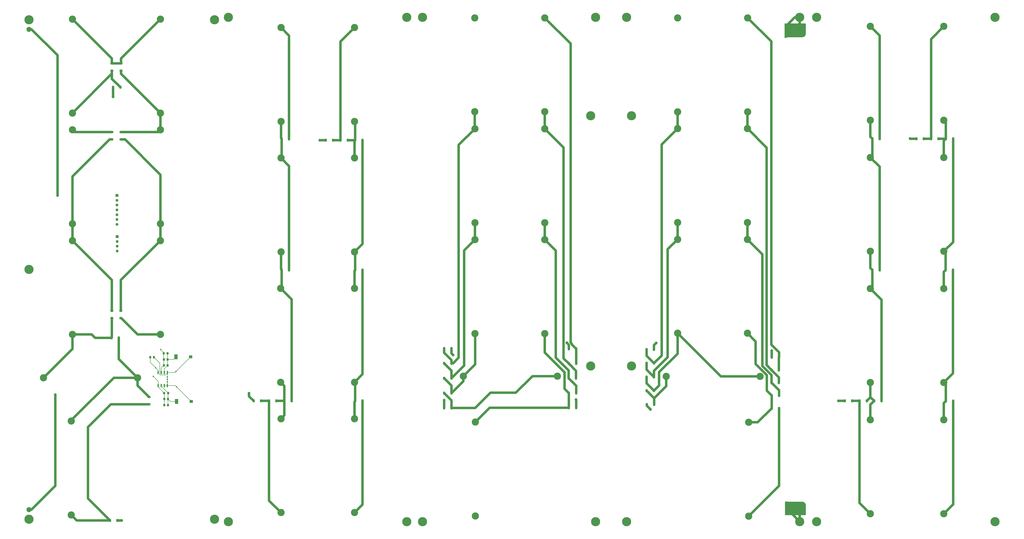
<source format=gtl>
%TF.GenerationSoftware,KiCad,Pcbnew,9.0.1*%
%TF.CreationDate,2025-04-22T22:33:04-07:00*%
%TF.ProjectId,FlexDeploySidePanels,466c6578-4465-4706-9c6f-795369646550,3.3*%
%TF.SameCoordinates,Original*%
%TF.FileFunction,Copper,L1,Top*%
%TF.FilePolarity,Positive*%
%FSLAX46Y46*%
G04 Gerber Fmt 4.6, Leading zero omitted, Abs format (unit mm)*
G04 Created by KiCad (PCBNEW 9.0.1) date 2025-04-22 22:33:04*
%MOMM*%
%LPD*%
G01*
G04 APERTURE LIST*
G04 Aperture macros list*
%AMRoundRect*
0 Rectangle with rounded corners*
0 $1 Rounding radius*
0 $2 $3 $4 $5 $6 $7 $8 $9 X,Y pos of 4 corners*
0 Add a 4 corners polygon primitive as box body*
4,1,4,$2,$3,$4,$5,$6,$7,$8,$9,$2,$3,0*
0 Add four circle primitives for the rounded corners*
1,1,$1+$1,$2,$3*
1,1,$1+$1,$4,$5*
1,1,$1+$1,$6,$7*
1,1,$1+$1,$8,$9*
0 Add four rect primitives between the rounded corners*
20,1,$1+$1,$2,$3,$4,$5,0*
20,1,$1+$1,$4,$5,$6,$7,0*
20,1,$1+$1,$6,$7,$8,$9,0*
20,1,$1+$1,$8,$9,$2,$3,0*%
G04 Aperture macros list end*
%TA.AperFunction,SMDPad,CuDef*%
%ADD10R,0.850000X1.200000*%
%TD*%
%TA.AperFunction,ComponentPad*%
%ADD11C,3.000000*%
%TD*%
%TA.AperFunction,SMDPad,CuDef*%
%ADD12RoundRect,0.200000X0.200000X0.275000X-0.200000X0.275000X-0.200000X-0.275000X0.200000X-0.275000X0*%
%TD*%
%TA.AperFunction,SMDPad,CuDef*%
%ADD13RoundRect,0.225000X0.225000X0.250000X-0.225000X0.250000X-0.225000X-0.250000X0.225000X-0.250000X0*%
%TD*%
%TA.AperFunction,ComponentPad*%
%ADD14R,1.150000X1.150000*%
%TD*%
%TA.AperFunction,ComponentPad*%
%ADD15C,1.150000*%
%TD*%
%TA.AperFunction,ComponentPad*%
%ADD16C,2.600000*%
%TD*%
%TA.AperFunction,ConnectorPad*%
%ADD17C,3.800000*%
%TD*%
%TA.AperFunction,SMDPad,CuDef*%
%ADD18R,1.200000X0.850000*%
%TD*%
%TA.AperFunction,SMDPad,CuDef*%
%ADD19RoundRect,0.175000X0.525000X0.825000X-0.525000X0.825000X-0.525000X-0.825000X0.525000X-0.825000X0*%
%TD*%
%TA.AperFunction,SMDPad,CuDef*%
%ADD20RoundRect,0.150000X0.550000X0.450000X-0.550000X0.450000X-0.550000X-0.450000X0.550000X-0.450000X0*%
%TD*%
%TA.AperFunction,SMDPad,CuDef*%
%ADD21R,0.533400X1.460500*%
%TD*%
%TA.AperFunction,SMDPad,CuDef*%
%ADD22RoundRect,0.225000X-0.225000X-0.250000X0.225000X-0.250000X0.225000X0.250000X-0.225000X0.250000X0*%
%TD*%
%TA.AperFunction,SMDPad,CuDef*%
%ADD23C,2.100000*%
%TD*%
%TA.AperFunction,ViaPad*%
%ADD24C,0.600000*%
%TD*%
%TA.AperFunction,ViaPad*%
%ADD25C,1.200000*%
%TD*%
%TA.AperFunction,Conductor*%
%ADD26C,1.000000*%
%TD*%
%TA.AperFunction,Conductor*%
%ADD27C,0.200000*%
%TD*%
G04 APERTURE END LIST*
D10*
%TO.P,D15,1,C*%
%TO.N,Net-(D14-A)*%
X403625000Y-259375716D03*
%TO.P,D15,2,A*%
%TO.N,Net-(D15-A)*%
X400575000Y-259375716D03*
%TD*%
%TO.P,D7,1,C*%
%TO.N,Net-(D7-C)*%
X443025000Y-261574797D03*
%TO.P,D7,2,A*%
%TO.N,Net-(D6-C)*%
X446075000Y-261574797D03*
%TD*%
D11*
%TO.P,SC1,0,-*%
%TO.N,GND*%
X471950000Y-308454797D03*
%TO.P,SC1,1,+*%
%TO.N,Net-(D1-C)*%
X471950000Y-269454797D03*
%TD*%
D12*
%TO.P,R2,1*%
%TO.N,/Photodiodes and Op-Amp/IN2-*%
X149986000Y-241868000D03*
%TO.P,R2,2*%
%TO.N,/OUT2*%
X148336000Y-241868000D03*
%TD*%
D11*
%TO.P,SC21,0,-*%
%TO.N,Net-(D21-A)*%
X306400000Y-141450000D03*
%TO.P,SC21,1,+*%
%TO.N,Net-(D21-C)*%
X306400000Y-102450000D03*
%TD*%
%TO.P,SC38,0,-*%
%TO.N,Net-(D38-A)*%
X147000000Y-141999000D03*
%TO.P,SC38,1,+*%
%TO.N,Net-(D37-A)*%
X147000000Y-102999000D03*
%TD*%
D13*
%TO.P,C1,1*%
%TO.N,/Photodiodes and Op-Amp/IN1-*%
X150114000Y-263368000D03*
%TO.P,C1,2*%
%TO.N,/OUT1*%
X148564000Y-263368000D03*
%TD*%
D10*
%TO.P,D10,1,C*%
%TO.N,Net-(D10-C)*%
X348675000Y-251650000D03*
%TO.P,D10,2,A*%
%TO.N,Net-(D10-A)*%
X351725000Y-251650000D03*
%TD*%
D14*
%TO.P,J1,1,Pin_1*%
%TO.N,DEP SENSE*%
X128950000Y-176249999D03*
D15*
%TO.P,J1,2,Pin_2*%
%TO.N,VSOLAR*%
X128950000Y-178250000D03*
%TO.P,J1,3,Pin_3*%
X128950000Y-180249999D03*
%TO.P,J1,4,Pin_4*%
X128950000Y-182250000D03*
%TO.P,J1,5,Pin_5*%
%TO.N,GND*%
X128950000Y-184249998D03*
%TO.P,J1,6,Pin_6*%
X128950000Y-186249999D03*
%TO.P,J1,7,Pin_7*%
X128950000Y-188249998D03*
%TD*%
D11*
%TO.P,SC18,0,-*%
%TO.N,Net-(D18-A)*%
X277450000Y-194650000D03*
%TO.P,SC18,1,+*%
%TO.N,Net-(D17-A)*%
X277450000Y-233650000D03*
%TD*%
D10*
%TO.P,D45,1,C*%
%TO.N,VSOLAR*%
X430845000Y-261574797D03*
%TO.P,D45,2,A*%
%TO.N,Net-(D45-A)*%
X433895000Y-261574797D03*
%TD*%
%TO.P,D9,1,C*%
%TO.N,Net-(D43-A)*%
X348675000Y-257358571D03*
%TO.P,D9,2,A*%
%TO.N,Net-(D10-C)*%
X351725000Y-257358571D03*
%TD*%
D11*
%TO.P,SC13,0,-*%
%TO.N,Net-(D13-A)*%
X390600000Y-141500000D03*
%TO.P,SC13,1,+*%
%TO.N,Net-(D13-C)*%
X390600000Y-102500000D03*
%TD*%
D16*
%TO.P,H18,1,1*%
%TO.N,GND*%
X169450000Y-103250000D03*
D17*
X169450000Y-103250000D03*
%TD*%
D11*
%TO.P,SC17,0,-*%
%TO.N,Net-(D17-A)*%
X272650000Y-251300000D03*
%TO.P,SC17,1,+*%
%TO.N,Net-(D17-C)*%
X311650000Y-251300000D03*
%TD*%
D18*
%TO.P,D35,1,C*%
%TO.N,Net-(D34-A)*%
X126850000Y-227225000D03*
%TO.P,D35,2,A*%
%TO.N,Net-(D35-A)*%
X126850000Y-224175000D03*
%TD*%
%TO.P,D37,1,C*%
%TO.N,Net-(D37-C)*%
X126875000Y-124400000D03*
%TO.P,D37,2,A*%
%TO.N,Net-(D37-A)*%
X126875000Y-121350000D03*
%TD*%
D11*
%TO.P,SC11,0,-*%
%TO.N,Net-(D11-A)*%
X361500000Y-148500000D03*
%TO.P,SC11,1,+*%
%TO.N,Net-(D10-A)*%
X361500000Y-187500000D03*
%TD*%
%TO.P,SC25,0,-*%
%TO.N,Net-(D25-A)*%
X197000000Y-269000000D03*
%TO.P,SC25,1,+*%
%TO.N,Net-(D25-C)*%
X197000000Y-308000000D03*
%TD*%
D10*
%TO.P,D49,1,C*%
%TO.N,VSOLAR*%
X215600000Y-153300000D03*
%TO.P,D49,2,A*%
%TO.N,Net-(D29-C)*%
X218650000Y-153300000D03*
%TD*%
D12*
%TO.P,R1,1*%
%TO.N,/Photodiodes and Op-Amp/IN1-*%
X150164000Y-258348000D03*
%TO.P,R1,2*%
%TO.N,/OUT1*%
X148514000Y-258348000D03*
%TD*%
D10*
%TO.P,D13,1,C*%
%TO.N,Net-(D13-C)*%
X403550000Y-248758572D03*
%TO.P,D13,2,A*%
%TO.N,Net-(D13-A)*%
X400500000Y-248758572D03*
%TD*%
D13*
%TO.P,C3,1*%
%TO.N,/Photodiodes and Op-Amp/IN2-*%
X149936000Y-246888000D03*
%TO.P,C3,2*%
%TO.N,/OUT2*%
X148386000Y-246888000D03*
%TD*%
D16*
%TO.P,H21,1,1*%
%TO.N,GND*%
X92450000Y-310750000D03*
D17*
X92450000Y-310750000D03*
%TD*%
D19*
%TO.P,D51,1,K*%
%TO.N,/Photodiodes and Op-Amp/IN1-*%
X153668000Y-261874000D03*
D20*
%TO.P,D51,2,A*%
%TO.N,GND*%
X159768000Y-261874000D03*
%TD*%
D11*
%TO.P,SC34,0,-*%
%TO.N,Net-(D34-A)*%
X98500000Y-252000000D03*
%TO.P,SC34,1,+*%
%TO.N,Net-(D33-A)*%
X137500000Y-252000000D03*
%TD*%
D16*
%TO.P,H8,1,1*%
%TO.N,GND*%
X340400000Y-311750000D03*
D17*
X340400000Y-311750000D03*
%TD*%
D11*
%TO.P,SC20,0,-*%
%TO.N,GND*%
X277400000Y-102450000D03*
%TO.P,SC20,1,+*%
%TO.N,Net-(D19-A)*%
X277400000Y-141450000D03*
%TD*%
%TO.P,SC6,0,-*%
%TO.N,Net-(D5-C)*%
X441450000Y-160454797D03*
%TO.P,SC6,1,+*%
%TO.N,Net-(D6-C)*%
X441450000Y-199454797D03*
%TD*%
D10*
%TO.P,D43,1,C*%
%TO.N,VSOLAR*%
X348725000Y-263108571D03*
%TO.P,D43,2,A*%
%TO.N,Net-(D43-A)*%
X351775000Y-263108571D03*
%TD*%
D11*
%TO.P,SC10,0,-*%
%TO.N,Net-(D10-A)*%
X361500000Y-194500000D03*
%TO.P,SC10,1,+*%
%TO.N,Net-(D10-C)*%
X361500000Y-233500000D03*
%TD*%
D10*
%TO.P,D41,1,C*%
%TO.N,VSOLAR*%
X185650000Y-261620000D03*
%TO.P,D41,2,A*%
%TO.N,Net-(D25-C)*%
X188700000Y-261620000D03*
%TD*%
%TO.P,D24,1,C*%
%TO.N,Net-(D23-A)*%
X316360000Y-264430000D03*
%TO.P,D24,2,A*%
%TO.N,GND*%
X319410000Y-264430000D03*
%TD*%
D18*
%TO.P,D36,1,C*%
%TO.N,Net-(D35-A)*%
X126850000Y-152975000D03*
%TO.P,D36,2,A*%
%TO.N,GND*%
X126850000Y-149925000D03*
%TD*%
D16*
%TO.P,H1,1,1*%
%TO.N,GND*%
X493200000Y-311750000D03*
D17*
X493200000Y-311750000D03*
%TD*%
D11*
%TO.P,SC30,0,-*%
%TO.N,Net-(D30-A)*%
X227500000Y-199666666D03*
%TO.P,SC30,1,+*%
%TO.N,Net-(D29-A)*%
X227500000Y-160666666D03*
%TD*%
D10*
%TO.P,D11,1,C*%
%TO.N,Net-(D10-A)*%
X348675000Y-245941429D03*
%TO.P,D11,2,A*%
%TO.N,Net-(D11-A)*%
X351725000Y-245941429D03*
%TD*%
D16*
%TO.P,H9,1,1*%
%TO.N,GND*%
X327500000Y-311750000D03*
D17*
X327500000Y-311750000D03*
%TD*%
D21*
%TO.P,U1,1*%
%TO.N,/OUT1*%
X146020850Y-255250000D03*
%TO.P,U1,2,-*%
%TO.N,/Photodiodes and Op-Amp/IN1-*%
X147290850Y-255250000D03*
%TO.P,U1,3,+*%
%TO.N,GND*%
X148560850Y-255250000D03*
%TO.P,U1,4,V-*%
X149830850Y-255250000D03*
%TO.P,U1,5,+*%
X149830850Y-249801700D03*
%TO.P,U1,6,-*%
%TO.N,/Photodiodes and Op-Amp/IN2-*%
X148560850Y-249801700D03*
%TO.P,U1,7*%
%TO.N,/OUT2*%
X147290850Y-249801700D03*
%TO.P,U1,8,V+*%
%TO.N,/3V3*%
X146020850Y-249801700D03*
%TD*%
D16*
%TO.P,H5,1,1*%
%TO.N,GND*%
X412200000Y-311750000D03*
D17*
X412200000Y-311750000D03*
%TD*%
D16*
%TO.P,H7,1,1*%
%TO.N,GND*%
X340400000Y-102250000D03*
D17*
X340400000Y-102250000D03*
%TD*%
D10*
%TO.P,D27,1,C*%
%TO.N,Net-(D26-A)*%
X197311000Y-207250000D03*
%TO.P,D27,2,A*%
%TO.N,Net-(D27-A)*%
X200361000Y-207250000D03*
%TD*%
D16*
%TO.P,H24,1,1*%
%TO.N,GND*%
X342400000Y-247100000D03*
D17*
X342400000Y-247100000D03*
%TD*%
D10*
%TO.P,D28,1,C*%
%TO.N,Net-(D27-A)*%
X197311000Y-152750000D03*
%TO.P,D28,2,A*%
%TO.N,GND*%
X200361000Y-152750000D03*
%TD*%
D11*
%TO.P,SC16,0,-*%
%TO.N,GND*%
X391000000Y-309510000D03*
%TO.P,SC16,1,+*%
%TO.N,Net-(D15-A)*%
X391000000Y-270510000D03*
%TD*%
D16*
%TO.P,H16,1,1*%
%TO.N,GND*%
X175200000Y-311750000D03*
D17*
X175200000Y-311750000D03*
%TD*%
D11*
%TO.P,SC9,0,-*%
%TO.N,Net-(D10-C)*%
X395750000Y-251460000D03*
%TO.P,SC9,1,+*%
%TO.N,Net-(D43-A)*%
X356750000Y-251460000D03*
%TD*%
D16*
%TO.P,H14,1,1*%
%TO.N,GND*%
X249200000Y-102250000D03*
D17*
X249200000Y-102250000D03*
%TD*%
D22*
%TO.P,C5,1*%
%TO.N,/3V3*%
X142725000Y-243500000D03*
%TO.P,C5,2*%
%TO.N,GND*%
X144275000Y-243500000D03*
%TD*%
D10*
%TO.P,D12,1,C*%
%TO.N,Net-(D11-A)*%
X348675000Y-240232858D03*
%TO.P,D12,2,A*%
%TO.N,GND*%
X351725000Y-240232858D03*
%TD*%
%TO.P,D5,1,C*%
%TO.N,Net-(D5-C)*%
X442275000Y-152704797D03*
%TO.P,D5,2,A*%
%TO.N,GND*%
X445325000Y-152704797D03*
%TD*%
%TO.P,D47,1,C*%
%TO.N,VSOLAR*%
X316360000Y-240010000D03*
%TO.P,D47,2,A*%
%TO.N,Net-(D21-C)*%
X319410000Y-240010000D03*
%TD*%
D18*
%TO.P,D40,1,C*%
%TO.N,Net-(D39-A)*%
X130600000Y-224175000D03*
%TO.P,D40,2,A*%
%TO.N,GND*%
X130600000Y-227225000D03*
%TD*%
D10*
%TO.P,D26,1,C*%
%TO.N,Net-(D25-A)*%
X198400000Y-261600000D03*
%TO.P,D26,2,A*%
%TO.N,Net-(D26-A)*%
X201450000Y-261600000D03*
%TD*%
D11*
%TO.P,SC26,0,-*%
%TO.N,Net-(D26-A)*%
X196850000Y-214833332D03*
%TO.P,SC26,1,+*%
%TO.N,Net-(D25-A)*%
X196850000Y-253833332D03*
%TD*%
D16*
%TO.P,H6,1,1*%
%TO.N,GND*%
X412200000Y-102250000D03*
D17*
X412200000Y-102250000D03*
%TD*%
D16*
%TO.P,H22,1,1*%
%TO.N,GND*%
X342400000Y-143100000D03*
D17*
X342400000Y-143100000D03*
%TD*%
D10*
%TO.P,D44,1,C*%
%TO.N,VSOLAR*%
X264680000Y-264580000D03*
%TO.P,D44,2,A*%
%TO.N,Net-(D17-C)*%
X267730000Y-264580000D03*
%TD*%
D16*
%TO.P,H13,1,1*%
%TO.N,GND*%
X249200000Y-311750000D03*
D17*
X249200000Y-311750000D03*
%TD*%
D16*
%TO.P,H19,1,1*%
%TO.N,GND*%
X92456000Y-103251000D03*
D17*
X92456000Y-103251000D03*
%TD*%
D10*
%TO.P,D21,1,C*%
%TO.N,Net-(D21-C)*%
X319410000Y-246115000D03*
%TO.P,D21,2,A*%
%TO.N,Net-(D21-A)*%
X316360000Y-246115000D03*
%TD*%
D11*
%TO.P,SC7,0,-*%
%TO.N,Net-(D6-C)*%
X441450000Y-214954797D03*
%TO.P,SC7,1,+*%
%TO.N,Net-(D7-C)*%
X441450000Y-253954797D03*
%TD*%
D10*
%TO.P,D46,1,C*%
%TO.N,VSOLAR*%
X460550000Y-152700000D03*
%TO.P,D46,2,A*%
%TO.N,Net-(D4-C)*%
X463600000Y-152700000D03*
%TD*%
%TO.P,D19,1,C*%
%TO.N,Net-(D18-A)*%
X264680000Y-245995000D03*
%TO.P,D19,2,A*%
%TO.N,Net-(D19-A)*%
X267730000Y-245995000D03*
%TD*%
D16*
%TO.P,H25,1,1*%
%TO.N,GND*%
X325500000Y-247100000D03*
D17*
X325500000Y-247100000D03*
%TD*%
D11*
%TO.P,SC14,0,-*%
%TO.N,Net-(D14-A)*%
X390500000Y-187500000D03*
%TO.P,SC14,1,+*%
%TO.N,Net-(D13-A)*%
X390500000Y-148500000D03*
%TD*%
D18*
%TO.P,D33,1,C*%
%TO.N,Net-(D33-C)*%
X142250000Y-263025000D03*
%TO.P,D33,2,A*%
%TO.N,Net-(D33-A)*%
X142250000Y-259975000D03*
%TD*%
D14*
%TO.P,J4,1,Pin_1*%
%TO.N,/OUT2*%
X129000000Y-193350000D03*
D15*
%TO.P,J4,2,Pin_2*%
%TO.N,/OUT1*%
X129000000Y-195350000D03*
%TO.P,J4,3,Pin_3*%
%TO.N,GND*%
X129000000Y-197350000D03*
%TO.P,J4,4,Pin_4*%
%TO.N,/3V3*%
X129000000Y-199350000D03*
%TD*%
D16*
%TO.P,H4,1,1*%
%TO.N,GND*%
X419220000Y-311750000D03*
D17*
X419220000Y-311750000D03*
%TD*%
D11*
%TO.P,SC37,0,-*%
%TO.N,Net-(D37-A)*%
X110500000Y-103000000D03*
%TO.P,SC37,1,+*%
%TO.N,Net-(D37-C)*%
X110500000Y-142000000D03*
%TD*%
%TO.P,SC39,0,-*%
%TO.N,Net-(D39-A)*%
X147000000Y-188000000D03*
%TO.P,SC39,1,+*%
%TO.N,Net-(D38-A)*%
X147000000Y-149000000D03*
%TD*%
D10*
%TO.P,D32,1,C*%
%TO.N,Net-(D31-A)*%
X227791000Y-261620000D03*
%TO.P,D32,2,A*%
%TO.N,GND*%
X230841000Y-261620000D03*
%TD*%
D11*
%TO.P,SC35,0,-*%
%TO.N,Net-(D35-A)*%
X110500000Y-195000000D03*
%TO.P,SC35,1,+*%
%TO.N,Net-(D34-A)*%
X110500000Y-234000000D03*
%TD*%
D16*
%TO.P,H23,1,1*%
%TO.N,GND*%
X325500000Y-143100000D03*
D17*
X325500000Y-143100000D03*
%TD*%
D11*
%TO.P,SC15,0,-*%
%TO.N,Net-(D15-A)*%
X390500000Y-233500000D03*
%TO.P,SC15,1,+*%
%TO.N,Net-(D14-A)*%
X390500000Y-194500000D03*
%TD*%
%TO.P,SC28,0,-*%
%TO.N,GND*%
X197000000Y-106500000D03*
%TO.P,SC28,1,+*%
%TO.N,Net-(D27-A)*%
X197000000Y-145500000D03*
%TD*%
D18*
%TO.P,D38,1,C*%
%TO.N,Net-(D37-A)*%
X130650000Y-121350000D03*
%TO.P,D38,2,A*%
%TO.N,Net-(D38-A)*%
X130650000Y-124400000D03*
%TD*%
D11*
%TO.P,SC3,0,-*%
%TO.N,Net-(D2-C)*%
X471950000Y-199454797D03*
%TO.P,SC3,1,+*%
%TO.N,Net-(D3-C)*%
X471950000Y-160454797D03*
%TD*%
%TO.P,SC32,0,-*%
%TO.N,GND*%
X227500000Y-308000000D03*
%TO.P,SC32,1,+*%
%TO.N,Net-(D31-A)*%
X227500000Y-269000000D03*
%TD*%
D16*
%TO.P,H15,1,1*%
%TO.N,GND*%
X175200000Y-102250000D03*
D17*
X175200000Y-102250000D03*
%TD*%
D10*
%TO.P,D3,1,C*%
%TO.N,Net-(D3-C)*%
X472755000Y-152704797D03*
%TO.P,D3,2,A*%
%TO.N,Net-(D2-C)*%
X475805000Y-152704797D03*
%TD*%
D11*
%TO.P,SC31,0,-*%
%TO.N,Net-(D31-A)*%
X227500000Y-253833332D03*
%TO.P,SC31,1,+*%
%TO.N,Net-(D30-A)*%
X227500000Y-214833332D03*
%TD*%
%TO.P,SC5,0,-*%
%TO.N,GND*%
X441450000Y-105954797D03*
%TO.P,SC5,1,+*%
%TO.N,Net-(D5-C)*%
X441450000Y-144954797D03*
%TD*%
D10*
%TO.P,D23,1,C*%
%TO.N,Net-(D22-A)*%
X319410000Y-258325000D03*
%TO.P,D23,2,A*%
%TO.N,Net-(D23-A)*%
X316360000Y-258325000D03*
%TD*%
%TO.P,D1,1,C*%
%TO.N,Net-(D1-C)*%
X472775000Y-261704797D03*
%TO.P,D1,2,A*%
%TO.N,GND*%
X475825000Y-261704797D03*
%TD*%
D23*
%TO.P,J3,1*%
%TO.N,DEP SENSE*%
X92450000Y-306750000D03*
%TD*%
D16*
%TO.P,H12,1,1*%
%TO.N,GND*%
X255700000Y-311750000D03*
D17*
X255700000Y-311750000D03*
%TD*%
D11*
%TO.P,SC19,0,-*%
%TO.N,Net-(D19-A)*%
X277450000Y-148550000D03*
%TO.P,SC19,1,+*%
%TO.N,Net-(D18-A)*%
X277450000Y-187550000D03*
%TD*%
D10*
%TO.P,D50,1,C*%
%TO.N,VSOLAR*%
X127350000Y-131300000D03*
%TO.P,D50,2,A*%
%TO.N,Net-(D37-C)*%
X130400000Y-131300000D03*
%TD*%
%TO.P,D29,1,C*%
%TO.N,Net-(D29-C)*%
X221675000Y-153300000D03*
%TO.P,D29,2,A*%
%TO.N,Net-(D29-A)*%
X224725000Y-153300000D03*
%TD*%
D11*
%TO.P,SC22,0,-*%
%TO.N,Net-(D22-A)*%
X306450000Y-187550000D03*
%TO.P,SC22,1,+*%
%TO.N,Net-(D21-A)*%
X306450000Y-148550000D03*
%TD*%
D16*
%TO.P,H17,1,1*%
%TO.N,GND*%
X169450000Y-310769000D03*
D17*
X169450000Y-310769000D03*
%TD*%
D11*
%TO.P,SC12,0,-*%
%TO.N,GND*%
X361500000Y-102500000D03*
%TO.P,SC12,1,+*%
%TO.N,Net-(D11-A)*%
X361500000Y-141500000D03*
%TD*%
D16*
%TO.P,H3,1,1*%
%TO.N,GND*%
X419200000Y-102250000D03*
D17*
X419200000Y-102250000D03*
%TD*%
D11*
%TO.P,SC8,0,-*%
%TO.N,Net-(D7-C)*%
X441450000Y-269454797D03*
%TO.P,SC8,1,+*%
%TO.N,Net-(D45-A)*%
X441450000Y-308454797D03*
%TD*%
D10*
%TO.P,D42,1,C*%
%TO.N,VSOLAR*%
X129090000Y-311250000D03*
%TO.P,D42,2,A*%
%TO.N,Net-(D33-C)*%
X126040000Y-311250000D03*
%TD*%
%TO.P,D30,1,C*%
%TO.N,Net-(D29-A)*%
X227766000Y-153300000D03*
%TO.P,D30,2,A*%
%TO.N,Net-(D30-A)*%
X230816000Y-153300000D03*
%TD*%
%TO.P,D2,1,C*%
%TO.N,Net-(D2-C)*%
X472735000Y-207204797D03*
%TO.P,D2,2,A*%
%TO.N,Net-(D1-C)*%
X475785000Y-207204797D03*
%TD*%
%TO.P,D25,1,C*%
%TO.N,Net-(D25-C)*%
X192050000Y-261600000D03*
%TO.P,D25,2,A*%
%TO.N,Net-(D25-A)*%
X195100000Y-261600000D03*
%TD*%
D23*
%TO.P,J2,1*%
%TO.N,DEP SENSE*%
X92450000Y-107200000D03*
%TD*%
D16*
%TO.P,H2,1,1*%
%TO.N,GND*%
X493200000Y-102250000D03*
D17*
X493200000Y-102250000D03*
%TD*%
D11*
%TO.P,SC33,0,-*%
%TO.N,Net-(D33-A)*%
X110000000Y-270000000D03*
%TO.P,SC33,1,+*%
%TO.N,Net-(D33-C)*%
X110000000Y-309000000D03*
%TD*%
D10*
%TO.P,D20,1,C*%
%TO.N,Net-(D19-A)*%
X264680000Y-239800000D03*
%TO.P,D20,2,A*%
%TO.N,GND*%
X267730000Y-239800000D03*
%TD*%
D11*
%TO.P,SC24,0,-*%
%TO.N,GND*%
X277600000Y-309400000D03*
%TO.P,SC24,1,+*%
%TO.N,Net-(D23-A)*%
X277600000Y-270400000D03*
%TD*%
%TO.P,SC4,0,-*%
%TO.N,Net-(D3-C)*%
X471950000Y-144954797D03*
%TO.P,SC4,1,+*%
%TO.N,Net-(D4-C)*%
X471950000Y-105954797D03*
%TD*%
%TO.P,SC36,0,-*%
%TO.N,GND*%
X110500000Y-149000000D03*
%TO.P,SC36,1,+*%
%TO.N,Net-(D35-A)*%
X110500000Y-188000000D03*
%TD*%
D16*
%TO.P,H11,1,1*%
%TO.N,GND*%
X255700000Y-102250000D03*
D17*
X255700000Y-102250000D03*
%TD*%
D10*
%TO.P,D48,1,C*%
%TO.N,VSOLAR*%
X400525000Y-243450000D03*
%TO.P,D48,2,A*%
%TO.N,Net-(D13-C)*%
X403575000Y-243450000D03*
%TD*%
D16*
%TO.P,H10,1,1*%
%TO.N,GND*%
X327500000Y-102250000D03*
D17*
X327500000Y-102250000D03*
%TD*%
D11*
%TO.P,SC23,0,-*%
%TO.N,Net-(D23-A)*%
X306450000Y-233650000D03*
%TO.P,SC23,1,+*%
%TO.N,Net-(D22-A)*%
X306450000Y-194650000D03*
%TD*%
%TO.P,SC2,0,-*%
%TO.N,Net-(D1-C)*%
X471950000Y-253954797D03*
%TO.P,SC2,1,+*%
%TO.N,Net-(D2-C)*%
X471950000Y-214954797D03*
%TD*%
D10*
%TO.P,D17,1,C*%
%TO.N,Net-(D17-C)*%
X264680000Y-258385000D03*
%TO.P,D17,2,A*%
%TO.N,Net-(D17-A)*%
X267730000Y-258385000D03*
%TD*%
D19*
%TO.P,D52,1,K*%
%TO.N,/Photodiodes and Op-Amp/IN2-*%
X153420000Y-243332000D03*
D20*
%TO.P,D52,2,A*%
%TO.N,GND*%
X159520000Y-243332000D03*
%TD*%
D10*
%TO.P,D16,1,C*%
%TO.N,Net-(D15-A)*%
X400585000Y-264684288D03*
%TO.P,D16,2,A*%
%TO.N,GND*%
X403635000Y-264684288D03*
%TD*%
%TO.P,D6,1,C*%
%TO.N,Net-(D6-C)*%
X442275000Y-207204797D03*
%TO.P,D6,2,A*%
%TO.N,Net-(D5-C)*%
X445325000Y-207204797D03*
%TD*%
%TO.P,D14,1,C*%
%TO.N,Net-(D13-A)*%
X403550000Y-254067144D03*
%TO.P,D14,2,A*%
%TO.N,Net-(D14-A)*%
X400500000Y-254067144D03*
%TD*%
D13*
%TO.P,C4,1*%
%TO.N,/Photodiodes and Op-Amp/IN2-*%
X149936000Y-244378000D03*
%TO.P,C4,2*%
%TO.N,/OUT2*%
X148386000Y-244378000D03*
%TD*%
D11*
%TO.P,SC40,0,-*%
%TO.N,GND*%
X147000000Y-234000000D03*
%TO.P,SC40,1,+*%
%TO.N,Net-(D39-A)*%
X147000000Y-195000000D03*
%TD*%
D10*
%TO.P,D4,1,C*%
%TO.N,Net-(D4-C)*%
X466650000Y-152700000D03*
%TO.P,D4,2,A*%
%TO.N,Net-(D3-C)*%
X469700000Y-152700000D03*
%TD*%
%TO.P,D34,1,C*%
%TO.N,Net-(D33-A)*%
X129750000Y-235425000D03*
%TO.P,D34,2,A*%
%TO.N,Net-(D34-A)*%
X126700000Y-235425000D03*
%TD*%
%TO.P,D18,1,C*%
%TO.N,Net-(D17-A)*%
X264680000Y-252190000D03*
%TO.P,D18,2,A*%
%TO.N,Net-(D18-A)*%
X267730000Y-252190000D03*
%TD*%
%TO.P,D31,1,C*%
%TO.N,Net-(D30-A)*%
X227791000Y-207250000D03*
%TO.P,D31,2,A*%
%TO.N,Net-(D31-A)*%
X230841000Y-207250000D03*
%TD*%
D11*
%TO.P,SC27,0,-*%
%TO.N,Net-(D27-A)*%
X197000000Y-160666666D03*
%TO.P,SC27,1,+*%
%TO.N,Net-(D26-A)*%
X197000000Y-199666666D03*
%TD*%
D16*
%TO.P,H20,1,1*%
%TO.N,GND*%
X92450000Y-207000000D03*
D17*
X92450000Y-207000000D03*
%TD*%
D18*
%TO.P,D39,1,C*%
%TO.N,Net-(D38-A)*%
X130625000Y-149925000D03*
%TO.P,D39,2,A*%
%TO.N,Net-(D39-A)*%
X130625000Y-152975000D03*
%TD*%
D10*
%TO.P,D22,1,C*%
%TO.N,Net-(D21-A)*%
X319390000Y-252220000D03*
%TO.P,D22,2,A*%
%TO.N,Net-(D22-A)*%
X316340000Y-252220000D03*
%TD*%
D13*
%TO.P,C2,1*%
%TO.N,/Photodiodes and Op-Amp/IN1-*%
X150114000Y-260858000D03*
%TO.P,C2,2*%
%TO.N,/OUT1*%
X148564000Y-260858000D03*
%TD*%
D11*
%TO.P,SC29,0,-*%
%TO.N,Net-(D29-A)*%
X227500000Y-145500000D03*
%TO.P,SC29,1,+*%
%TO.N,Net-(D29-C)*%
X227500000Y-106500000D03*
%TD*%
D10*
%TO.P,D8,1,C*%
%TO.N,Net-(D45-A)*%
X436950000Y-261574797D03*
%TO.P,D8,2,A*%
%TO.N,Net-(D7-C)*%
X440000000Y-261574797D03*
%TD*%
D24*
%TO.N,GND*%
X153416000Y-249428000D03*
D25*
X352660000Y-237550000D03*
D24*
X153670000Y-255778000D03*
X149860000Y-253746000D03*
X149860000Y-252730000D03*
D25*
X319380000Y-261070000D03*
D24*
X149860000Y-251714000D03*
D25*
X268380000Y-242540000D03*
%TO.N,VSOLAR*%
X350300000Y-265150000D03*
X183750000Y-258450000D03*
X130900000Y-311250000D03*
X315530000Y-237490000D03*
X458000000Y-152650000D03*
X127375000Y-135225000D03*
X213150000Y-153300000D03*
X264700000Y-261300000D03*
X428250000Y-261550000D03*
X400525000Y-240775000D03*
%TO.N,DEP SENSE*%
X103400000Y-259000000D03*
X104300000Y-176276000D03*
D24*
%TO.N,/OUT1*%
X144018000Y-251460000D03*
%TO.N,/OUT2*%
X147066000Y-240284000D03*
%TO.N,/3V3*%
X145034000Y-247904000D03*
%TD*%
D26*
%TO.N,GND*%
X445325000Y-109829797D02*
X441450000Y-105954797D01*
X391000000Y-309510000D02*
X403635000Y-296875000D01*
X111425000Y-149925000D02*
X110500000Y-149000000D01*
D27*
X149830850Y-252759150D02*
X149830850Y-253716850D01*
X149860000Y-252730000D02*
X149830850Y-252759150D01*
D26*
X267730000Y-239800000D02*
X267730000Y-241890000D01*
D27*
X153670000Y-255776000D02*
X153670000Y-255778000D01*
D26*
X412200000Y-102250000D02*
X412200000Y-105550000D01*
X408800000Y-308350000D02*
X407250000Y-308350000D01*
X410150000Y-102250000D02*
X406750000Y-105650000D01*
D27*
X149830850Y-255250000D02*
X148560850Y-255250000D01*
D26*
X126850000Y-149925000D02*
X111425000Y-149925000D01*
X475825000Y-261704797D02*
X475825000Y-304579797D01*
D27*
X153416000Y-249428000D02*
X153416000Y-249436000D01*
X149830850Y-251743150D02*
X149830850Y-252700850D01*
D26*
X475825000Y-304579797D02*
X471950000Y-308454797D01*
X200361000Y-109861000D02*
X200361000Y-152750000D01*
D27*
X153424000Y-249428000D02*
X153416000Y-249428000D01*
D26*
X227500000Y-308000000D02*
X230841000Y-304659000D01*
X319410000Y-264430000D02*
X319410000Y-261100000D01*
X137480000Y-234000000D02*
X130705000Y-227225000D01*
D27*
X146723150Y-250832950D02*
X149128550Y-250832950D01*
D26*
X197000000Y-106500000D02*
X200361000Y-109861000D01*
D27*
X149830850Y-253716850D02*
X149860000Y-253746000D01*
D26*
X412200000Y-102250000D02*
X410150000Y-102250000D01*
D27*
X153050300Y-249801700D02*
X149830850Y-249801700D01*
X149830850Y-251684850D02*
X149860000Y-251714000D01*
D26*
X319410000Y-261100000D02*
X319380000Y-261070000D01*
D27*
X149830850Y-249801700D02*
X149830850Y-251684850D01*
X149860000Y-253746000D02*
X149830850Y-253775150D01*
D26*
X147000000Y-234000000D02*
X137480000Y-234000000D01*
X230841000Y-304659000D02*
X230841000Y-261620000D01*
X351725000Y-240232858D02*
X351725000Y-238485000D01*
D27*
X149128550Y-250832950D02*
X149830850Y-250130650D01*
X149860000Y-251714000D02*
X149830850Y-251743150D01*
D26*
X412200000Y-311750000D02*
X412200000Y-308950000D01*
X351725000Y-238485000D02*
X352660000Y-237550000D01*
D27*
X149830850Y-250130650D02*
X149830850Y-249801700D01*
D26*
X412200000Y-311750000D02*
X408800000Y-308350000D01*
D27*
X153670000Y-255778000D02*
X153672000Y-255778000D01*
X149830850Y-255250000D02*
X153144000Y-255250000D01*
X153416000Y-249436000D02*
X153050300Y-249801700D01*
D26*
X267730000Y-241890000D02*
X268380000Y-242540000D01*
D27*
X144275000Y-243500000D02*
X146723150Y-245948150D01*
X153144000Y-255250000D02*
X153670000Y-255776000D01*
D26*
X445325000Y-152704797D02*
X445325000Y-109829797D01*
X130705000Y-227225000D02*
X130600000Y-227225000D01*
D27*
X149830850Y-252700850D02*
X149860000Y-252730000D01*
X153672000Y-255778000D02*
X159768000Y-261874000D01*
X149830850Y-253775150D02*
X149830850Y-255250000D01*
X146723150Y-245948150D02*
X146723150Y-250832950D01*
D26*
X403635000Y-296875000D02*
X403635000Y-264684288D01*
D27*
X159520000Y-243332000D02*
X153424000Y-249428000D01*
D26*
%TO.N,VSOLAR*%
X458050000Y-152700000D02*
X458000000Y-152650000D01*
X183750000Y-258450000D02*
X183750000Y-259720000D01*
X129090000Y-311250000D02*
X130900000Y-311250000D01*
X430845000Y-261574797D02*
X428274797Y-261574797D01*
X264680000Y-261320000D02*
X264700000Y-261300000D01*
X127350000Y-131300000D02*
X127350000Y-135200000D01*
X316360000Y-240010000D02*
X316360000Y-238320000D01*
X428274797Y-261574797D02*
X428250000Y-261550000D01*
X215600000Y-153300000D02*
X213150000Y-153300000D01*
X460550000Y-152700000D02*
X458050000Y-152700000D01*
X400525000Y-243450000D02*
X400525000Y-240775000D01*
X348725000Y-263108571D02*
X348725000Y-263575000D01*
X127350000Y-135200000D02*
X127375000Y-135225000D01*
X316360000Y-238320000D02*
X315530000Y-237490000D01*
X264680000Y-264580000D02*
X264680000Y-261320000D01*
X348725000Y-263575000D02*
X350300000Y-265150000D01*
X183750000Y-259720000D02*
X185650000Y-261620000D01*
%TO.N,Net-(D1-C)*%
X471950000Y-253954797D02*
X475785000Y-250119797D01*
X472775000Y-261704797D02*
X472775000Y-254779797D01*
X471950000Y-269454797D02*
X471950000Y-262529797D01*
X475785000Y-250119797D02*
X475785000Y-207204797D01*
X472775000Y-254779797D02*
X471950000Y-253954797D01*
X471950000Y-262529797D02*
X472775000Y-261704797D01*
%TO.N,Net-(D2-C)*%
X471950000Y-207989797D02*
X472735000Y-207204797D01*
X471950000Y-214954797D02*
X471950000Y-207989797D01*
X471950000Y-199454797D02*
X475805000Y-195599797D01*
X475805000Y-195599797D02*
X475805000Y-152704797D01*
X472735000Y-200239797D02*
X471950000Y-199454797D01*
X472735000Y-207204797D02*
X472735000Y-200239797D01*
%TO.N,Net-(D3-C)*%
X471950000Y-153509797D02*
X472755000Y-152704797D01*
X469704797Y-152704797D02*
X469700000Y-152700000D01*
X471950000Y-160454797D02*
X471950000Y-153509797D01*
X472755000Y-152704797D02*
X469704797Y-152704797D01*
X472755000Y-145759797D02*
X471950000Y-144954797D01*
X472755000Y-152704797D02*
X472755000Y-145759797D01*
%TO.N,Net-(D4-C)*%
X466650000Y-152700000D02*
X466650000Y-111254797D01*
X466650000Y-152700000D02*
X463600000Y-152700000D01*
X466650000Y-111254797D02*
X471950000Y-105954797D01*
%TO.N,Net-(D5-C)*%
X441450000Y-160454797D02*
X445325000Y-164329797D01*
X442275000Y-159629797D02*
X441450000Y-160454797D01*
X445325000Y-164329797D02*
X445325000Y-207204797D01*
X442275000Y-152704797D02*
X442275000Y-159629797D01*
X441450000Y-151879797D02*
X442275000Y-152704797D01*
X441450000Y-144954797D02*
X441450000Y-151879797D01*
%TO.N,Net-(D6-C)*%
X446075000Y-261574797D02*
X446075000Y-219579797D01*
X441450000Y-206379797D02*
X442275000Y-207204797D01*
X442275000Y-207204797D02*
X442275000Y-214129797D01*
X441450000Y-199454797D02*
X441450000Y-206379797D01*
X442275000Y-214129797D02*
X441450000Y-214954797D01*
X446075000Y-219579797D02*
X441450000Y-214954797D01*
%TO.N,Net-(D7-C)*%
X441450000Y-253954797D02*
X441450000Y-260124797D01*
X441450000Y-260124797D02*
X441575000Y-260124797D01*
X441450000Y-269454797D02*
X441450000Y-263149797D01*
X441450000Y-263149797D02*
X443025000Y-261574797D01*
X441575000Y-260124797D02*
X443025000Y-261574797D01*
X441450000Y-260124797D02*
X440000000Y-261574797D01*
%TO.N,Net-(D45-A)*%
X436950000Y-261574797D02*
X433895000Y-261574797D01*
X436950000Y-303954797D02*
X441450000Y-308454797D01*
X436950000Y-261574797D02*
X436950000Y-303954797D01*
%TO.N,Net-(D10-C)*%
X353850000Y-255233571D02*
X353850000Y-249675000D01*
X361500000Y-242025000D02*
X361500000Y-233500000D01*
X395750000Y-251460000D02*
X379460000Y-251460000D01*
X353850000Y-249675000D02*
X361500000Y-242025000D01*
X348675000Y-254308571D02*
X351725000Y-257358571D01*
X379460000Y-251460000D02*
X361500000Y-233500000D01*
X351725000Y-257358571D02*
X353850000Y-255233571D01*
X348675000Y-251650000D02*
X348675000Y-254308571D01*
%TO.N,Net-(D43-A)*%
X351775000Y-263108571D02*
X351775000Y-260458571D01*
X356750000Y-255483571D02*
X356750000Y-251460000D01*
X351775000Y-260458571D02*
X348675000Y-257358571D01*
X351775000Y-260458571D02*
X356750000Y-255483571D01*
%TO.N,Net-(D10-A)*%
X351725000Y-249100000D02*
X357400000Y-243425000D01*
X348675000Y-245941429D02*
X348675000Y-248600000D01*
X348675000Y-248600000D02*
X351725000Y-251650000D01*
X357400000Y-198600000D02*
X361500000Y-194500000D01*
X361500000Y-194500000D02*
X361500000Y-187500000D01*
X357400000Y-243425000D02*
X357400000Y-198600000D01*
X351725000Y-251650000D02*
X351725000Y-249100000D01*
%TO.N,Net-(D11-A)*%
X354910000Y-155090000D02*
X361500000Y-148500000D01*
X361500000Y-148500000D02*
X361500000Y-141500000D01*
X348675000Y-242891429D02*
X351725000Y-245941429D01*
X354910000Y-242756429D02*
X354910000Y-155090000D01*
X351725000Y-245941429D02*
X354910000Y-242756429D01*
X348675000Y-240232858D02*
X348675000Y-242891429D01*
%TO.N,Net-(D13-A)*%
X390500000Y-148500000D02*
X390500000Y-141600000D01*
X403550000Y-251808572D02*
X400500000Y-248758572D01*
X398450000Y-156400000D02*
X390550000Y-148500000D01*
X398450000Y-246708572D02*
X398450000Y-156400000D01*
X390500000Y-141600000D02*
X390600000Y-141500000D01*
X400500000Y-248758572D02*
X398450000Y-246708572D01*
X390550000Y-148500000D02*
X390500000Y-148500000D01*
X403550000Y-254067144D02*
X403550000Y-251808572D01*
%TO.N,Net-(D14-A)*%
X396664582Y-247089582D02*
X400500000Y-250925000D01*
X400500000Y-250925000D02*
X400500000Y-254067144D01*
X403625000Y-259375716D02*
X403625000Y-257192144D01*
X390500000Y-194500000D02*
X396664582Y-200664582D01*
X403625000Y-257192144D02*
X400500000Y-254067144D01*
X390500000Y-187500000D02*
X390500000Y-194500000D01*
X396664582Y-200664582D02*
X396664582Y-247089582D01*
%TO.N,Net-(D15-A)*%
X393900000Y-246225000D02*
X393900000Y-236900000D01*
X398550000Y-250875000D02*
X393900000Y-246225000D01*
X400575000Y-259375716D02*
X398550000Y-257350716D01*
X400575000Y-259375716D02*
X400575000Y-264674288D01*
X400575000Y-264674288D02*
X400585000Y-264684288D01*
X391000000Y-270510000D02*
X394759288Y-270510000D01*
X398550000Y-257350716D02*
X398550000Y-250875000D01*
X393900000Y-236900000D02*
X390500000Y-233500000D01*
X394759288Y-270510000D02*
X400585000Y-264684288D01*
%TO.N,Net-(D17-A)*%
X277450000Y-233650000D02*
X277540000Y-233740000D01*
X272650000Y-251300000D02*
X272650000Y-253465000D01*
X272650000Y-253465000D02*
X267730000Y-258385000D01*
X277540000Y-233740000D02*
X277540000Y-246410000D01*
X277540000Y-246410000D02*
X272650000Y-251300000D01*
X267730000Y-258385000D02*
X267730000Y-255240000D01*
X267730000Y-255240000D02*
X264680000Y-252190000D01*
%TO.N,Net-(D17-C)*%
X264680000Y-258385000D02*
X267730000Y-261435000D01*
X267730000Y-261435000D02*
X267730000Y-264580000D01*
X283900000Y-258200000D02*
X294420000Y-258200000D01*
X267730000Y-264580000D02*
X277520000Y-264580000D01*
X277520000Y-264580000D02*
X283900000Y-258200000D01*
X294420000Y-258200000D02*
X301320000Y-251300000D01*
X301320000Y-251300000D02*
X311650000Y-251300000D01*
%TO.N,Net-(D18-A)*%
X277450000Y-194650000D02*
X277450000Y-187550000D01*
X267730000Y-249045000D02*
X264680000Y-245995000D01*
X272980000Y-246940000D02*
X272980000Y-199120000D01*
X267730000Y-252190000D02*
X272980000Y-246940000D01*
X272980000Y-199120000D02*
X277450000Y-194650000D01*
X267730000Y-252190000D02*
X267730000Y-249045000D01*
%TO.N,Net-(D19-A)*%
X277400000Y-141450000D02*
X277400000Y-148500000D01*
X267730000Y-244660000D02*
X264680000Y-241610000D01*
X270720000Y-155280000D02*
X277450000Y-148550000D01*
X277400000Y-148500000D02*
X277450000Y-148550000D01*
X267730000Y-245995000D02*
X267730000Y-244660000D01*
X268355000Y-245995000D02*
X270720000Y-243630000D01*
X270720000Y-243630000D02*
X270720000Y-155280000D01*
X267730000Y-245995000D02*
X268355000Y-245995000D01*
X264680000Y-241610000D02*
X264680000Y-239800000D01*
%TO.N,Net-(D21-A)*%
X319390000Y-249145000D02*
X316360000Y-246115000D01*
X306450000Y-148550000D02*
X306450000Y-141500000D01*
X319390000Y-252220000D02*
X319390000Y-249145000D01*
X314230000Y-156330000D02*
X306450000Y-148550000D01*
X306450000Y-141500000D02*
X306400000Y-141450000D01*
X314230000Y-243985000D02*
X314230000Y-156330000D01*
X316360000Y-246115000D02*
X314230000Y-243985000D01*
%TO.N,Net-(D22-A)*%
X319410000Y-255290000D02*
X316340000Y-252220000D01*
X306450000Y-187550000D02*
X306450000Y-194650000D01*
X319410000Y-258325000D02*
X319410000Y-255290000D01*
X310990000Y-199190000D02*
X306450000Y-194650000D01*
X316340000Y-252220000D02*
X316340000Y-248990000D01*
X316340000Y-248990000D02*
X310990000Y-243640000D01*
X310990000Y-243640000D02*
X310990000Y-199190000D01*
%TO.N,Net-(D23-A)*%
X314660000Y-256625000D02*
X314660000Y-249740000D01*
X277600000Y-270400000D02*
X283570000Y-264430000D01*
X306450000Y-241530000D02*
X306450000Y-233650000D01*
X316360000Y-264430000D02*
X316360000Y-258325000D01*
X283570000Y-264430000D02*
X316360000Y-264430000D01*
X314660000Y-249740000D02*
X306450000Y-241530000D01*
X316360000Y-258325000D02*
X314660000Y-256625000D01*
%TO.N,Net-(D25-A)*%
X198400000Y-267600000D02*
X197000000Y-269000000D01*
X198400000Y-261600000D02*
X198400000Y-255383332D01*
X198400000Y-261600000D02*
X198400000Y-267600000D01*
X195100000Y-261600000D02*
X198400000Y-261600000D01*
X198400000Y-255383332D02*
X196850000Y-253833332D01*
%TO.N,Net-(D25-C)*%
X188700000Y-261620000D02*
X192030000Y-261620000D01*
X192030000Y-261620000D02*
X192050000Y-261600000D01*
X197000000Y-308000000D02*
X192050000Y-303050000D01*
X192050000Y-303050000D02*
X192050000Y-261600000D01*
%TO.N,Net-(D26-A)*%
X201450000Y-261600000D02*
X201450000Y-219433332D01*
X201450000Y-219433332D02*
X196850000Y-214833332D01*
X197000000Y-199666666D02*
X197000000Y-206939000D01*
X197311000Y-214372332D02*
X196850000Y-214833332D01*
X197311000Y-207250000D02*
X197311000Y-214372332D01*
X197000000Y-206939000D02*
X197311000Y-207250000D01*
%TO.N,Net-(D27-A)*%
X197000000Y-145500000D02*
X197000000Y-152439000D01*
X197000000Y-160666666D02*
X200361000Y-164027666D01*
X197311000Y-160355666D02*
X197000000Y-160666666D01*
X197000000Y-152439000D02*
X197311000Y-152750000D01*
X200361000Y-164027666D02*
X200361000Y-207250000D01*
X197311000Y-152750000D02*
X197311000Y-160355666D01*
%TO.N,Net-(D29-A)*%
X227316000Y-153300000D02*
X227766000Y-152850000D01*
X227500000Y-160666666D02*
X227500000Y-153566000D01*
X224725000Y-153300000D02*
X227316000Y-153300000D01*
X227500000Y-153566000D02*
X227766000Y-153300000D01*
X227766000Y-153300000D02*
X227766000Y-152850000D01*
X227766000Y-152850000D02*
X227766000Y-145766000D01*
X227766000Y-145766000D02*
X227500000Y-145500000D01*
%TO.N,Net-(D30-A)*%
X227500000Y-207541000D02*
X227791000Y-207250000D01*
X227791000Y-199957666D02*
X227500000Y-199666666D01*
X227791000Y-207250000D02*
X227791000Y-199957666D01*
X227500000Y-199666666D02*
X230816000Y-196350666D01*
X230816000Y-196350666D02*
X230816000Y-153300000D01*
X227500000Y-214833332D02*
X227500000Y-207541000D01*
%TO.N,Net-(D31-A)*%
X227791000Y-254124332D02*
X227500000Y-253833332D01*
X227500000Y-261911000D02*
X227791000Y-261620000D01*
X227500000Y-269000000D02*
X227500000Y-261911000D01*
X227500000Y-253833332D02*
X230841000Y-250492332D01*
X227791000Y-261620000D02*
X227791000Y-254124332D01*
X230841000Y-250492332D02*
X230841000Y-207250000D01*
%TO.N,Net-(D33-A)*%
X127650000Y-252000000D02*
X137500000Y-252000000D01*
X137500000Y-255225000D02*
X142250000Y-259975000D01*
X129750000Y-244250000D02*
X137500000Y-252000000D01*
X137500000Y-252000000D02*
X137500000Y-255225000D01*
X110000000Y-269650000D02*
X127650000Y-252000000D01*
X129750000Y-235425000D02*
X129750000Y-244250000D01*
X110000000Y-270000000D02*
X110000000Y-269650000D01*
%TO.N,Net-(D33-C)*%
X116925000Y-272500000D02*
X126400000Y-263025000D01*
X126040000Y-311250000D02*
X112250000Y-311250000D01*
X126400000Y-263025000D02*
X142250000Y-263025000D01*
X112250000Y-311250000D02*
X110000000Y-309000000D01*
X126040000Y-311250000D02*
X116925000Y-302135000D01*
X116925000Y-302135000D02*
X116925000Y-272500000D01*
%TO.N,Net-(D34-A)*%
X126850000Y-227225000D02*
X126850000Y-235275000D01*
X126850000Y-235275000D02*
X126700000Y-235425000D01*
X119855000Y-235425000D02*
X126700000Y-235425000D01*
X110500000Y-240000000D02*
X110500000Y-234000000D01*
X118430000Y-234000000D02*
X119855000Y-235425000D01*
X110500000Y-234000000D02*
X118430000Y-234000000D01*
X98500000Y-252000000D02*
X110500000Y-240000000D01*
%TO.N,Net-(D35-A)*%
X110500000Y-195000000D02*
X126850000Y-211350000D01*
X110500000Y-188000000D02*
X110500000Y-195000000D01*
X126850000Y-211350000D02*
X126850000Y-224175000D01*
X112250000Y-166575000D02*
X112275000Y-166575000D01*
X110500000Y-188000000D02*
X110500000Y-168325000D01*
X125875000Y-152975000D02*
X126850000Y-152975000D01*
X112275000Y-166575000D02*
X125875000Y-152975000D01*
X110500000Y-168325000D02*
X112250000Y-166575000D01*
%TO.N,Net-(D37-A)*%
X126875000Y-121350000D02*
X130650000Y-121350000D01*
X130650000Y-121350000D02*
X130650000Y-119349000D01*
X126875000Y-121350000D02*
X126875000Y-119375000D01*
X130650000Y-119349000D02*
X147000000Y-102999000D01*
X126875000Y-119375000D02*
X110500000Y-103000000D01*
%TO.N,Net-(D38-A)*%
X146075000Y-149925000D02*
X147000000Y-149000000D01*
X147000000Y-149000000D02*
X147000000Y-141999000D01*
X130625000Y-149925000D02*
X146075000Y-149925000D01*
X130650000Y-125649000D02*
X130650000Y-124400000D01*
X147000000Y-141999000D02*
X130650000Y-125649000D01*
%TO.N,Net-(D39-A)*%
X147000000Y-195000000D02*
X147000000Y-188000000D01*
X147000000Y-188000000D02*
X147000000Y-167650000D01*
X147000000Y-167650000D02*
X132325000Y-152975000D01*
X130600000Y-224175000D02*
X130600000Y-211400000D01*
X130600000Y-211400000D02*
X147000000Y-195000000D01*
X132325000Y-152975000D02*
X130625000Y-152975000D01*
%TO.N,Net-(D13-C)*%
X403575000Y-241425000D02*
X400350000Y-238200000D01*
X400350000Y-238200000D02*
X400350000Y-112250000D01*
X403575000Y-243450000D02*
X403575000Y-241425000D01*
X403550000Y-248758572D02*
X403550000Y-243475000D01*
X400350000Y-112250000D02*
X390600000Y-102500000D01*
X403550000Y-243475000D02*
X403575000Y-243450000D01*
%TO.N,Net-(D21-C)*%
X319410000Y-240010000D02*
X317560000Y-238160000D01*
X317560000Y-237822944D02*
X317130000Y-237392944D01*
X317560000Y-238160000D02*
X317560000Y-237822944D01*
X319410000Y-246115000D02*
X319410000Y-240010000D01*
X317130000Y-113180000D02*
X306400000Y-102450000D01*
X317130000Y-237392944D02*
X317130000Y-113180000D01*
%TO.N,Net-(D29-C)*%
X221675000Y-112325000D02*
X227500000Y-106500000D01*
X221675000Y-153300000D02*
X221675000Y-112325000D01*
X221675000Y-153300000D02*
X218650000Y-153300000D01*
%TO.N,Net-(D37-C)*%
X126875000Y-125625000D02*
X126875000Y-124400000D01*
X126875000Y-124400000D02*
X126875000Y-127775000D01*
X110500000Y-142000000D02*
X126875000Y-125625000D01*
X126875000Y-127775000D02*
X130400000Y-131300000D01*
%TO.N,DEP SENSE*%
X93500000Y-107200000D02*
X92450000Y-107200000D01*
X103400000Y-296850000D02*
X103400000Y-259000000D01*
X92450000Y-306750000D02*
X93500000Y-306750000D01*
X93500000Y-306750000D02*
X103400000Y-296850000D01*
X104300000Y-118000000D02*
X93500000Y-107200000D01*
X104300000Y-176276000D02*
X104300000Y-118000000D01*
D27*
%TO.N,/Photodiodes and Op-Amp/IN1-*%
X150114000Y-263368000D02*
X150114000Y-260858000D01*
X150114000Y-258398000D02*
X150164000Y-258348000D01*
X150164000Y-258348000D02*
X147290850Y-255474850D01*
X153668000Y-261874000D02*
X151130000Y-261874000D01*
X151130000Y-261874000D02*
X150114000Y-260858000D01*
X147290850Y-255474850D02*
X147290850Y-255250000D01*
X150114000Y-260858000D02*
X150114000Y-258398000D01*
%TO.N,/OUT1*%
X146020850Y-255854850D02*
X146020850Y-255250000D01*
X148564000Y-258398000D02*
X148514000Y-258348000D01*
X148564000Y-260858000D02*
X148564000Y-258398000D01*
X146020850Y-255250000D02*
X146020850Y-253462850D01*
X146020850Y-253462850D02*
X144018000Y-251460000D01*
X148564000Y-263368000D02*
X148564000Y-260858000D01*
X148514000Y-258348000D02*
X146020850Y-255854850D01*
%TO.N,/OUT2*%
X147290850Y-249801700D02*
X147290850Y-247983150D01*
X148336000Y-241868000D02*
X148336000Y-244328000D01*
X148336000Y-244328000D02*
X148386000Y-244378000D01*
X148386000Y-244378000D02*
X148386000Y-246888000D01*
X148336000Y-241554000D02*
X147066000Y-240284000D01*
X148336000Y-241868000D02*
X148336000Y-241554000D01*
X147290850Y-247983150D02*
X148386000Y-246888000D01*
%TO.N,/Photodiodes and Op-Amp/IN2-*%
X149936000Y-241918000D02*
X149986000Y-241868000D01*
X148560850Y-249801700D02*
X148560850Y-248263150D01*
X152374000Y-244378000D02*
X153420000Y-243332000D01*
X149936000Y-244378000D02*
X149936000Y-241918000D01*
X149936000Y-244378000D02*
X152374000Y-244378000D01*
X149936000Y-246888000D02*
X149936000Y-244378000D01*
X148560850Y-248263150D02*
X149936000Y-246888000D01*
%TO.N,/3V3*%
X142725000Y-245595000D02*
X145034000Y-247904000D01*
X146020850Y-249801700D02*
X146020850Y-248890850D01*
X146020850Y-248890850D02*
X145034000Y-247904000D01*
X142725000Y-243500000D02*
X142725000Y-245595000D01*
%TD*%
%TA.AperFunction,Conductor*%
%TO.N,GND*%
G36*
X407021257Y-303403602D02*
G01*
X407266449Y-303464037D01*
X407517661Y-303494539D01*
X407566746Y-303500500D01*
X407566748Y-303500500D01*
X407652108Y-303500500D01*
X413152108Y-303500500D01*
X413213572Y-303500500D01*
X413222418Y-303500816D01*
X413422561Y-303515130D01*
X413440063Y-303517647D01*
X413631797Y-303559355D01*
X413648755Y-303564334D01*
X413832609Y-303632909D01*
X413848701Y-303640259D01*
X414020904Y-303734288D01*
X414035784Y-303743849D01*
X414192867Y-303861441D01*
X414206237Y-303873027D01*
X414344972Y-304011762D01*
X414356558Y-304025132D01*
X414474146Y-304182210D01*
X414483711Y-304197095D01*
X414577740Y-304369298D01*
X414585090Y-304385390D01*
X414653662Y-304569236D01*
X414658646Y-304586212D01*
X414700351Y-304777931D01*
X414702869Y-304795442D01*
X414717184Y-304995580D01*
X414717500Y-305004427D01*
X414717500Y-308976000D01*
X414697815Y-309043039D01*
X414645011Y-309088794D01*
X414593500Y-309100000D01*
X406224000Y-309100000D01*
X406156961Y-309080315D01*
X406111206Y-309027511D01*
X406100000Y-308976000D01*
X406100000Y-303524000D01*
X406119685Y-303456961D01*
X406172489Y-303411206D01*
X406224000Y-303400000D01*
X406991583Y-303400000D01*
X407021257Y-303403602D01*
G37*
%TD.AperFunction*%
%TD*%
%TA.AperFunction,Conductor*%
%TO.N,GND*%
G36*
X414660539Y-104819685D02*
G01*
X414706294Y-104872489D01*
X414717500Y-104924000D01*
X414717500Y-108995572D01*
X414717184Y-109004419D01*
X414702869Y-109204557D01*
X414700351Y-109222068D01*
X414658646Y-109413787D01*
X414653662Y-109430763D01*
X414585090Y-109614609D01*
X414577740Y-109630701D01*
X414483711Y-109802904D01*
X414474146Y-109817789D01*
X414356558Y-109974867D01*
X414344972Y-109988237D01*
X414206237Y-110126972D01*
X414192867Y-110138558D01*
X414035789Y-110256146D01*
X414020904Y-110265711D01*
X413848701Y-110359740D01*
X413832609Y-110367090D01*
X413648763Y-110435662D01*
X413631787Y-110440646D01*
X413440068Y-110482351D01*
X413422557Y-110484869D01*
X413241779Y-110497799D01*
X413222417Y-110499184D01*
X413213572Y-110499500D01*
X407566746Y-110499500D01*
X407416598Y-110517731D01*
X407266449Y-110535963D01*
X407117459Y-110572685D01*
X406972728Y-110608358D01*
X406689882Y-110715629D01*
X406571397Y-110777814D01*
X406515382Y-110792007D01*
X406025610Y-110798368D01*
X405958321Y-110779555D01*
X405911884Y-110727350D01*
X405900000Y-110674378D01*
X405900000Y-104924000D01*
X405919685Y-104856961D01*
X405972489Y-104811206D01*
X406024000Y-104800000D01*
X414593500Y-104800000D01*
X414660539Y-104819685D01*
G37*
%TD.AperFunction*%
%TD*%
M02*

</source>
